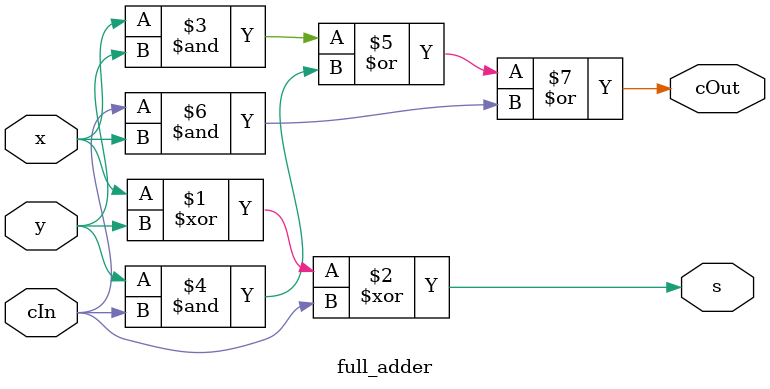
<source format=sv>
module ripple_adder
(
    input   logic[15:0]     A,
    input   logic[15:0]     B,
    output  logic[15:0]     Sum,
    output  logic           CO
);

    /* TODO
     *
     * Insert code here to implement a ripple adder.
     * Your code should be completly combinational (don't use always_ff or always_latch).
     * Feel free to create sub-modules or other files. */
	logic C0, C1, C2;
	
	four_bit_adder FA0(.x(A[3:0]), .y(B[3:0]), .cIn(0), .s(Sum[3:0]), .cOut(C0));
	four_bit_adder FA1(.x(A[7:4]), .y(B[7:4]), .cIn(C0), .s(Sum[7:4]), .cOut(C1));
	four_bit_adder FA2(.x(A[11:8]), .y(B[11:8]), .cIn(C1), .s(Sum[11:8]), .cOut(C2));
	four_bit_adder FA3(.x(A[15:12]), .y(B[15:12]), .cIn(C2), .s(Sum[15:12]), .cOut(CO));
     
endmodule

module four_bit_adder(
	input [3:0] x,
	input [3:0] y,
	input cIn,
	output logic [3:0] s,
	output logic cOut
);

	logic c0, c1, c2;

	full_adder fa0(.x(x[0]), .y(y[0]), .cIn(cIn), .s(s[0]), .cOut(c0));
	full_adder fa1(.x(x[1]), .y(y[1]), .cIn(c0), .s(s[1]), .cOut(c1));
	full_adder fa2(.x(x[2]), .y(y[2]), .cIn(c1), .s(s[2]), .cOut(c2));
	full_adder fa3(.x(x[3]), .y(y[3]), .cIn(c2), .s(s[3]), .cOut(cOut));

endmodule

module full_adder(
	input x,
	input y,
	input cIn,
	output logic s,
	output logic cOut
);

	assign s = x^y^cIn;
	assign cOut = (x&y) | (y&cIn) | (cIn&x);

endmodule 
</source>
